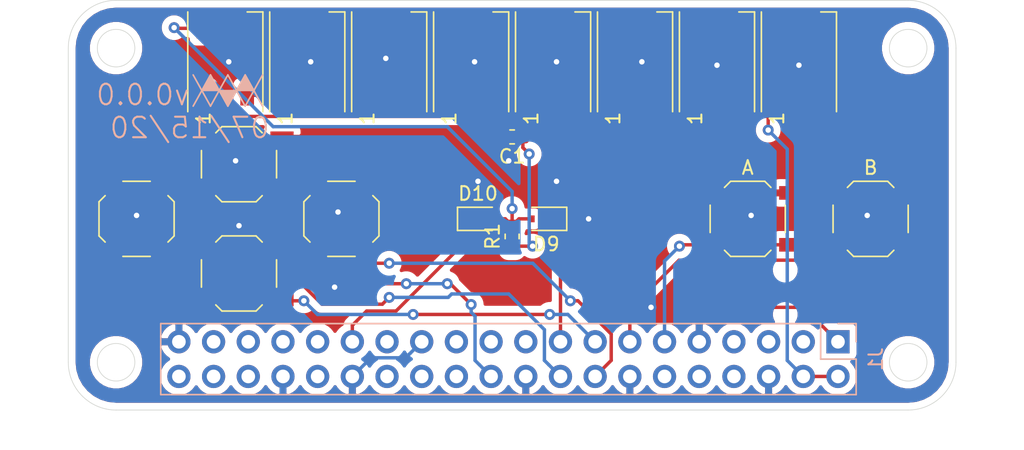
<source format=kicad_pcb>
(kicad_pcb (version 20171130) (host pcbnew "(5.1.6)-1")
  (layers (0 F.Cu signal) (31 B.Cu signal) (34 B.Paste user) (35 F.Paste user) (36 B.SilkS user) (37 F.SilkS user) (38 B.Mask user) (39 F.Mask user) (44 Edge.Cuts user))
  (net 0 "")
  (net 1 V0)
  (net 2 V+)
  (net 3 "Net-(D1-Pad2)")
  (net 4 LEDS5)
  (net 5 "Net-(D2-Pad2)")
  (net 6 "Net-(D3-Pad2)")
  (net 7 "Net-(D4-Pad2)")
  (net 8 "Net-(D5-Pad2)")
  (net 9 "Net-(D6-Pad2)")
  (net 10 "Net-(D7-Pad2)")
  (net 11 "Net-(D8-Pad2)")
  (net 12 3V3)
  (net 13 LEDS3)
  (net 14 "Net-(J1-Pad40)")
  (net 15 "Net-(J1-Pad38)")
  (net 16 ABUTTON)
  (net 17 "Net-(J1-Pad35)")
  (net 18 "Net-(J1-Pad33)")
  (net 19 "Net-(J1-Pad32)")
  (net 20 "Net-(J1-Pad31)")
  (net 21 "Net-(J1-Pad28)")
  (net 22 "Net-(J1-Pad27)")
  (net 23 "Net-(J1-Pad26)")
  (net 24 "Net-(J1-Pad24)")
  (net 25 "Net-(J1-Pad23)")
  (net 26 UARROW)
  (net 27 "Net-(J1-Pad21)")
  (net 28 "Net-(J1-Pad19)")
  (net 29 LARROW)
  (net 30 RARROW)
  (net 31 DARROW)
  (net 32 BBUTTON)
  (net 33 "Net-(J1-Pad12)")
  (net 34 "Net-(J1-Pad10)")
  (net 35 "Net-(J1-Pad8)")
  (net 36 "Net-(J1-Pad7)")
  (net 37 "Net-(J1-Pad5)")
  (net 38 "Net-(J1-Pad3)")
  (net 39 "Net-(J1-Pad37)")
  (net 40 "Net-(J1-Pad36)")
  (module Symbol:Logo_WM (layer B.Cu) (at 131.684 96.604)
    (fp_text reference REF** hide)
    (fp_text value Logo_WM)
    (fp_line (start 0 1.143) (end -0.635 0) (layer B.SilkS) (width 0.12))
    (fp_line (start -0.635 0) (end 0 -1.143) (layer B.SilkS) (width 0.12))
    (fp_line (start 0 -1.143) (end 0.635 0) (layer B.SilkS) (width 0.12))
    (fp_line (start 0.635 0) (end 0 1.143) (layer B.SilkS) (width 0.12))
    (fp_line (start 1.905 0) (end 1.27 1.143) (layer B.SilkS) (width 0.12))
    (fp_line (start 1.27 -1.143) (end 1.905 0) (layer B.SilkS) (width 0.12))
    (fp_line (start 0.635 0) (end 1.27 -1.143) (layer B.SilkS) (width 0.12))
    (fp_line (start 1.27 1.143) (end 0.635 0) (layer B.SilkS) (width 0.12))
    (fp_line (start -1.27 -1.143) (end -0.635 0) (layer B.SilkS) (width 0.12))
    (fp_line (start -1.27 1.143) (end -1.905 0) (layer B.SilkS) (width 0.12))
    (fp_line (start -1.905 0) (end -1.27 -1.143) (layer B.SilkS) (width 0.12))
    (fp_line (start -0.635 0) (end -1.27 1.143) (layer B.SilkS) (width 0.12))
    (fp_line (start -1.905 0) (end -2.54 1.143) (layer B.SilkS) (width 0.12))
    (fp_line (start -2.54 -1.143) (end -1.905 0) (layer B.SilkS) (width 0.12))
    (fp_line (start 2.54 1.143) (end 1.905 0) (layer B.SilkS) (width 0.12))
    (fp_line (start 1.905 0) (end 2.54 -1.143) (layer B.SilkS) (width 0.12))
    (fp_poly (pts (xy -1.905 0) (xy -0.635 0) (xy -1.27 -1.143)) (layer B.SilkS) (width 0.1))
    (fp_poly (pts (xy -0.635 0) (xy 0.635 0) (xy 0 1.143)) (layer B.SilkS) (width 0.1))
    (fp_poly (pts (xy 0.635 0) (xy 1.905 0) (xy 1.27 -1.143)) (layer B.SilkS) (width 0.1))
  )
  (module Button_Switch_SMD:SW_SPST_TL3342 (layer F.Cu) (at 169.75 106)
    (fp_text reference A (at 0 -3.75) (layer F.SilkS))
    (fp_text value SW_Push)
    (fp_line (start -1.25 -2.75) (end 1.25 -2.75) (layer F.SilkS) (width 0.12))
    (fp_line (start -2.75 -1) (end -2.75 1) (layer F.SilkS) (width 0.12))
    (fp_line (start -1.25 2.75) (end 1.25 2.75) (layer F.SilkS) (width 0.12))
    (fp_line (start 2.75 -1) (end 2.75 1) (layer F.SilkS) (width 0.12))
    (fp_line (start -1.7 -2.3) (end -1.25 -2.75) (layer F.SilkS) (width 0.12))
    (fp_line (start 1.7 -2.3) (end 1.25 -2.75) (layer F.SilkS) (width 0.12))
    (fp_line (start 1.7 2.3) (end 1.25 2.75) (layer F.SilkS) (width 0.12))
    (fp_line (start -1.7 2.3) (end -1.25 2.75) (layer F.SilkS) (width 0.12))
    (pad 1 smd rect (at -3.15 -1.9) (size 1.7 1) (layers F.Cu F.Paste F.Mask) (net 1 V0))
    (pad 1 smd rect (at 3.15 -1.9) (size 1.7 1) (layers F.Cu F.Paste F.Mask) (net 1 V0))
    (pad 2 smd rect (at -3.15 1.9) (size 1.7 1) (layers F.Cu F.Paste F.Mask) (net 16 ABUTTON))
    (pad 2 smd rect (at 3.15 1.9) (size 1.7 1) (layers F.Cu F.Paste F.Mask) (net 16 ABUTTON))
  )
  (module Button_Switch_SMD:SW_SPST_TL3342 (layer F.Cu) (at 132.5 110)
    (fp_text reference SW5 hide)
    (fp_text value SW_Push)
    (fp_line (start -1.7 2.3) (end -1.25 2.75) (layer F.SilkS) (width 0.12))
    (fp_line (start 1.7 2.3) (end 1.25 2.75) (layer F.SilkS) (width 0.12))
    (fp_line (start 1.7 -2.3) (end 1.25 -2.75) (layer F.SilkS) (width 0.12))
    (fp_line (start -1.7 -2.3) (end -1.25 -2.75) (layer F.SilkS) (width 0.12))
    (fp_line (start 2.75 -1) (end 2.75 1) (layer F.SilkS) (width 0.12))
    (fp_line (start -1.25 2.75) (end 1.25 2.75) (layer F.SilkS) (width 0.12))
    (fp_line (start -2.75 -1) (end -2.75 1) (layer F.SilkS) (width 0.12))
    (fp_line (start -1.25 -2.75) (end 1.25 -2.75) (layer F.SilkS) (width 0.12))
    (pad 2 smd rect (at 3.15 1.9) (size 1.7 1) (layers F.Cu F.Paste F.Mask) (net 31 DARROW))
    (pad 2 smd rect (at -3.15 1.9) (size 1.7 1) (layers F.Cu F.Paste F.Mask) (net 31 DARROW))
    (pad 1 smd rect (at 3.15 -1.9) (size 1.7 1) (layers F.Cu F.Paste F.Mask) (net 1 V0))
    (pad 1 smd rect (at -3.15 -1.9) (size 1.7 1) (layers F.Cu F.Paste F.Mask) (net 1 V0))
  )
  (module Button_Switch_SMD:SW_SPST_TL3342 (layer F.Cu) (at 178.75 106)
    (fp_text reference B (at 0 -3.75) (layer F.SilkS))
    (fp_text value SW_Push)
    (fp_line (start -1.25 -2.75) (end 1.25 -2.75) (layer F.SilkS) (width 0.12))
    (fp_line (start -2.75 -1) (end -2.75 1) (layer F.SilkS) (width 0.12))
    (fp_line (start -1.25 2.75) (end 1.25 2.75) (layer F.SilkS) (width 0.12))
    (fp_line (start 2.75 -1) (end 2.75 1) (layer F.SilkS) (width 0.12))
    (fp_line (start -1.7 -2.3) (end -1.25 -2.75) (layer F.SilkS) (width 0.12))
    (fp_line (start 1.7 -2.3) (end 1.25 -2.75) (layer F.SilkS) (width 0.12))
    (fp_line (start 1.7 2.3) (end 1.25 2.75) (layer F.SilkS) (width 0.12))
    (fp_line (start -1.7 2.3) (end -1.25 2.75) (layer F.SilkS) (width 0.12))
    (pad 1 smd rect (at -3.15 -1.9) (size 1.7 1) (layers F.Cu F.Paste F.Mask) (net 1 V0))
    (pad 1 smd rect (at 3.15 -1.9) (size 1.7 1) (layers F.Cu F.Paste F.Mask) (net 1 V0))
    (pad 2 smd rect (at -3.15 1.9) (size 1.7 1) (layers F.Cu F.Paste F.Mask) (net 32 BBUTTON))
    (pad 2 smd rect (at 3.15 1.9) (size 1.7 1) (layers F.Cu F.Paste F.Mask) (net 32 BBUTTON))
  )
  (module Button_Switch_SMD:SW_SPST_TL3342 (layer F.Cu) (at 140 106 90)
    (fp_text reference SW3 hide)
    (fp_text value SW_Push)
    (fp_line (start -1.7 2.3) (end -1.25 2.75) (layer F.SilkS) (width 0.12))
    (fp_line (start 1.7 2.3) (end 1.25 2.75) (layer F.SilkS) (width 0.12))
    (fp_line (start 1.7 -2.3) (end 1.25 -2.75) (layer F.SilkS) (width 0.12))
    (fp_line (start -1.7 -2.3) (end -1.25 -2.75) (layer F.SilkS) (width 0.12))
    (fp_line (start 2.75 -1) (end 2.75 1) (layer F.SilkS) (width 0.12))
    (fp_line (start -1.25 2.75) (end 1.25 2.75) (layer F.SilkS) (width 0.12))
    (fp_line (start -2.75 -1) (end -2.75 1) (layer F.SilkS) (width 0.12))
    (fp_line (start -1.25 -2.75) (end 1.25 -2.75) (layer F.SilkS) (width 0.12))
    (pad 2 smd rect (at 3.15 1.9 90) (size 1.7 1) (layers F.Cu F.Paste F.Mask) (net 30 RARROW))
    (pad 2 smd rect (at -3.15 1.9 90) (size 1.7 1) (layers F.Cu F.Paste F.Mask) (net 30 RARROW))
    (pad 1 smd rect (at 3.15 -1.9 90) (size 1.7 1) (layers F.Cu F.Paste F.Mask) (net 1 V0))
    (pad 1 smd rect (at -3.15 -1.9 90) (size 1.7 1) (layers F.Cu F.Paste F.Mask) (net 1 V0))
  )
  (module Button_Switch_SMD:SW_SPST_TL3342 (layer F.Cu) (at 125 106 90)
    (fp_text reference SW2 hide)
    (fp_text value SW_Push)
    (fp_line (start -1.7 2.3) (end -1.25 2.75) (layer F.SilkS) (width 0.12))
    (fp_line (start 1.7 2.3) (end 1.25 2.75) (layer F.SilkS) (width 0.12))
    (fp_line (start 1.7 -2.3) (end 1.25 -2.75) (layer F.SilkS) (width 0.12))
    (fp_line (start -1.7 -2.3) (end -1.25 -2.75) (layer F.SilkS) (width 0.12))
    (fp_line (start 2.75 -1) (end 2.75 1) (layer F.SilkS) (width 0.12))
    (fp_line (start -1.25 2.75) (end 1.25 2.75) (layer F.SilkS) (width 0.12))
    (fp_line (start -2.75 -1) (end -2.75 1) (layer F.SilkS) (width 0.12))
    (fp_line (start -1.25 -2.75) (end 1.25 -2.75) (layer F.SilkS) (width 0.12))
    (pad 2 smd rect (at 3.15 1.9 90) (size 1.7 1) (layers F.Cu F.Paste F.Mask) (net 29 LARROW))
    (pad 2 smd rect (at -3.15 1.9 90) (size 1.7 1) (layers F.Cu F.Paste F.Mask) (net 29 LARROW))
    (pad 1 smd rect (at 3.15 -1.9 90) (size 1.7 1) (layers F.Cu F.Paste F.Mask) (net 1 V0))
    (pad 1 smd rect (at -3.15 -1.9 90) (size 1.7 1) (layers F.Cu F.Paste F.Mask) (net 1 V0))
  )
  (module Button_Switch_SMD:SW_SPST_TL3342 (layer F.Cu) (at 132.5 102)
    (fp_text reference SW1 hide)
    (fp_text value SW_Push)
    (fp_line (start -1.7 2.3) (end -1.25 2.75) (layer F.SilkS) (width 0.12))
    (fp_line (start 1.7 2.3) (end 1.25 2.75) (layer F.SilkS) (width 0.12))
    (fp_line (start 1.7 -2.3) (end 1.25 -2.75) (layer F.SilkS) (width 0.12))
    (fp_line (start -1.7 -2.3) (end -1.25 -2.75) (layer F.SilkS) (width 0.12))
    (fp_line (start 2.75 -1) (end 2.75 1) (layer F.SilkS) (width 0.12))
    (fp_line (start -1.25 2.75) (end 1.25 2.75) (layer F.SilkS) (width 0.12))
    (fp_line (start -2.75 -1) (end -2.75 1) (layer F.SilkS) (width 0.12))
    (fp_line (start -1.25 -2.75) (end 1.25 -2.75) (layer F.SilkS) (width 0.12))
    (pad 2 smd rect (at 3.15 1.9) (size 1.7 1) (layers F.Cu F.Paste F.Mask) (net 26 UARROW))
    (pad 2 smd rect (at -3.15 1.9) (size 1.7 1) (layers F.Cu F.Paste F.Mask) (net 26 UARROW))
    (pad 1 smd rect (at 3.15 -1.9) (size 1.7 1) (layers F.Cu F.Paste F.Mask) (net 1 V0))
    (pad 1 smd rect (at -3.15 -1.9) (size 1.7 1) (layers F.Cu F.Paste F.Mask) (net 1 V0))
  )
  (module Resistor_SMD:R_0603_1608Metric (layer F.Cu) (at 152.5 107.2875 90)
    (fp_text reference R1 (at 0 -1.43 90) (layer F.SilkS))
    (fp_text value 10kR)
    (fp_line (start -0.162779 -0.51) (end 0.162779 -0.51) (layer F.SilkS) (width 0.12))
    (fp_line (start -0.162779 0.51) (end 0.162779 0.51) (layer F.SilkS) (width 0.12))
    (pad 2 smd roundrect (at 0.7875 0 90) (size 0.875 0.95) (layers F.Cu F.Paste F.Mask) (net 4 LEDS5))
    (pad 1 smd roundrect (at -0.7875 0 90) (size 0.875 0.95) (layers F.Cu F.Paste F.Mask) (net 2 V+))
  )
  (module Connector_PinSocket_2.54mm:PinSocket_2x20_P2.54mm_Vertical (layer B.Cu) (at 176.36 115 90)
    (fp_text reference J1 (at -1.27 2.77 270) (layer B.SilkS) (effects (justify mirror)))
    (fp_text value Raspberry_Pi_2_3)
    (fp_line (start -3.87 1.33) (end -1.27 1.33) (layer B.SilkS) (width 0.12))
    (fp_line (start -3.87 1.33) (end -3.87 -49.59) (layer B.SilkS) (width 0.12))
    (fp_line (start -3.87 -49.59) (end 1.33 -49.59) (layer B.SilkS) (width 0.12))
    (fp_line (start 1.33 -1.27) (end 1.33 -49.59) (layer B.SilkS) (width 0.12))
    (fp_line (start -1.27 -1.27) (end 1.33 -1.27) (layer B.SilkS) (width 0.12))
    (fp_line (start -1.27 1.33) (end -1.27 -1.27) (layer B.SilkS) (width 0.12))
    (fp_line (start 1.33 1.33) (end 1.33 0) (layer B.SilkS) (width 0.12))
    (fp_line (start 0 1.33) (end 1.33 1.33) (layer B.SilkS) (width 0.12))
    (pad 40 thru_hole oval (at -2.54 -48.26 90) (size 1.7 1.7) (drill 1) (layers *.Cu *.Mask) (net 14 "Net-(J1-Pad40)"))
    (pad 39 thru_hole oval (at 0 -48.26 90) (size 1.7 1.7) (drill 1) (layers *.Cu *.Mask) (net 1 V0))
    (pad 38 thru_hole oval (at -2.54 -45.72 90) (size 1.7 1.7) (drill 1) (layers *.Cu *.Mask) (net 15 "Net-(J1-Pad38)"))
    (pad 37 thru_hole oval (at 0 -45.72 90) (size 1.7 1.7) (drill 1) (layers *.Cu *.Mask) (net 39 "Net-(J1-Pad37)"))
    (pad 36 thru_hole oval (at -2.54 -43.18 90) (size 1.7 1.7) (drill 1) (layers *.Cu *.Mask) (net 40 "Net-(J1-Pad36)"))
    (pad 35 thru_hole oval (at 0 -43.18 90) (size 1.7 1.7) (drill 1) (layers *.Cu *.Mask) (net 17 "Net-(J1-Pad35)"))
    (pad 34 thru_hole oval (at -2.54 -40.64 90) (size 1.7 1.7) (drill 1) (layers *.Cu *.Mask) (net 1 V0))
    (pad 33 thru_hole oval (at 0 -40.64 90) (size 1.7 1.7) (drill 1) (layers *.Cu *.Mask) (net 18 "Net-(J1-Pad33)"))
    (pad 32 thru_hole oval (at -2.54 -38.1 90) (size 1.7 1.7) (drill 1) (layers *.Cu *.Mask) (net 19 "Net-(J1-Pad32)"))
    (pad 31 thru_hole oval (at 0 -38.1 90) (size 1.7 1.7) (drill 1) (layers *.Cu *.Mask) (net 20 "Net-(J1-Pad31)"))
    (pad 30 thru_hole oval (at -2.54 -35.56 90) (size 1.7 1.7) (drill 1) (layers *.Cu *.Mask) (net 1 V0))
    (pad 29 thru_hole oval (at 0 -35.56 90) (size 1.7 1.7) (drill 1) (layers *.Cu *.Mask) (net 13 LEDS3))
    (pad 28 thru_hole oval (at -2.54 -33.02 90) (size 1.7 1.7) (drill 1) (layers *.Cu *.Mask) (net 21 "Net-(J1-Pad28)"))
    (pad 27 thru_hole oval (at 0 -33.02 90) (size 1.7 1.7) (drill 1) (layers *.Cu *.Mask) (net 22 "Net-(J1-Pad27)"))
    (pad 26 thru_hole oval (at -2.54 -30.48 90) (size 1.7 1.7) (drill 1) (layers *.Cu *.Mask) (net 23 "Net-(J1-Pad26)"))
    (pad 25 thru_hole oval (at 0 -30.48 90) (size 1.7 1.7) (drill 1) (layers *.Cu *.Mask) (net 1 V0))
    (pad 24 thru_hole oval (at -2.54 -27.94 90) (size 1.7 1.7) (drill 1) (layers *.Cu *.Mask) (net 24 "Net-(J1-Pad24)"))
    (pad 23 thru_hole oval (at 0 -27.94 90) (size 1.7 1.7) (drill 1) (layers *.Cu *.Mask) (net 25 "Net-(J1-Pad23)"))
    (pad 22 thru_hole oval (at -2.54 -25.4 90) (size 1.7 1.7) (drill 1) (layers *.Cu *.Mask) (net 26 UARROW))
    (pad 21 thru_hole oval (at 0 -25.4 90) (size 1.7 1.7) (drill 1) (layers *.Cu *.Mask) (net 27 "Net-(J1-Pad21)"))
    (pad 20 thru_hole oval (at -2.54 -22.86 90) (size 1.7 1.7) (drill 1) (layers *.Cu *.Mask) (net 1 V0))
    (pad 19 thru_hole oval (at 0 -22.86 90) (size 1.7 1.7) (drill 1) (layers *.Cu *.Mask) (net 28 "Net-(J1-Pad19)"))
    (pad 18 thru_hole oval (at -2.54 -20.32 90) (size 1.7 1.7) (drill 1) (layers *.Cu *.Mask) (net 29 LARROW))
    (pad 17 thru_hole oval (at 0 -20.32 90) (size 1.7 1.7) (drill 1) (layers *.Cu *.Mask) (net 12 3V3))
    (pad 16 thru_hole oval (at -2.54 -17.78 90) (size 1.7 1.7) (drill 1) (layers *.Cu *.Mask) (net 30 RARROW))
    (pad 15 thru_hole oval (at 0 -17.78 90) (size 1.7 1.7) (drill 1) (layers *.Cu *.Mask) (net 31 DARROW))
    (pad 14 thru_hole oval (at -2.54 -15.24 90) (size 1.7 1.7) (drill 1) (layers *.Cu *.Mask) (net 1 V0))
    (pad 13 thru_hole oval (at 0 -15.24 90) (size 1.7 1.7) (drill 1) (layers *.Cu *.Mask) (net 32 BBUTTON))
    (pad 12 thru_hole oval (at -2.54 -12.7 90) (size 1.7 1.7) (drill 1) (layers *.Cu *.Mask) (net 33 "Net-(J1-Pad12)"))
    (pad 11 thru_hole oval (at 0 -12.7 90) (size 1.7 1.7) (drill 1) (layers *.Cu *.Mask) (net 16 ABUTTON))
    (pad 10 thru_hole oval (at -2.54 -10.16 90) (size 1.7 1.7) (drill 1) (layers *.Cu *.Mask) (net 34 "Net-(J1-Pad10)"))
    (pad 9 thru_hole oval (at 0 -10.16 90) (size 1.7 1.7) (drill 1) (layers *.Cu *.Mask) (net 1 V0))
    (pad 8 thru_hole oval (at -2.54 -7.62 90) (size 1.7 1.7) (drill 1) (layers *.Cu *.Mask) (net 35 "Net-(J1-Pad8)"))
    (pad 7 thru_hole oval (at 0 -7.62 90) (size 1.7 1.7) (drill 1) (layers *.Cu *.Mask) (net 36 "Net-(J1-Pad7)"))
    (pad 6 thru_hole oval (at -2.54 -5.08 90) (size 1.7 1.7) (drill 1) (layers *.Cu *.Mask) (net 1 V0))
    (pad 5 thru_hole oval (at 0 -5.08 90) (size 1.7 1.7) (drill 1) (layers *.Cu *.Mask) (net 37 "Net-(J1-Pad5)"))
    (pad 4 thru_hole oval (at -2.54 -2.54 90) (size 1.7 1.7) (drill 1) (layers *.Cu *.Mask) (net 2 V+))
    (pad 3 thru_hole oval (at 0 -2.54 90) (size 1.7 1.7) (drill 1) (layers *.Cu *.Mask) (net 38 "Net-(J1-Pad3)"))
    (pad 2 thru_hole oval (at -2.54 0 90) (size 1.7 1.7) (drill 1) (layers *.Cu *.Mask) (net 2 V+))
    (pad 1 thru_hole rect (at 0 0 90) (size 1.7 1.7) (drill 1) (layers *.Cu *.Mask) (net 12 3V3))
  )
  (module Diode_SMD:D_SOD-323F (layer F.Cu) (at 150 106)
    (fp_text reference D10 (at 0 -1.85) (layer F.SilkS))
    (fp_text value D)
    (fp_line (start -1.5 -0.85) (end -1.5 0.85) (layer F.SilkS) (width 0.12))
    (fp_line (start -1.5 0.85) (end 1.05 0.85) (layer F.SilkS) (width 0.12))
    (fp_line (start -1.5 -0.85) (end 1.05 -0.85) (layer F.SilkS) (width 0.12))
    (pad 2 smd rect (at 1.1 0) (size 0.5 0.5) (layers F.Cu F.Paste F.Mask) (net 4 LEDS5))
    (pad 1 smd rect (at -1.1 0) (size 0.5 0.5) (layers F.Cu F.Paste F.Mask) (net 13 LEDS3))
  )
  (module Diode_SMD:D_SOD-323F (layer F.Cu) (at 155 106 180)
    (fp_text reference D9 (at 0 -1.85) (layer F.SilkS))
    (fp_text value D)
    (fp_line (start -1.5 -0.85) (end -1.5 0.85) (layer F.SilkS) (width 0.12))
    (fp_line (start -1.5 0.85) (end 1.05 0.85) (layer F.SilkS) (width 0.12))
    (fp_line (start -1.5 -0.85) (end 1.05 -0.85) (layer F.SilkS) (width 0.12))
    (pad 2 smd rect (at 1.1 0 180) (size 0.5 0.5) (layers F.Cu F.Paste F.Mask) (net 4 LEDS5))
    (pad 1 smd rect (at -1.1 0 180) (size 0.5 0.5) (layers F.Cu F.Paste F.Mask) (net 12 3V3))
  )
  (module LED_SMD:LED_WS2812B_PLCC4_5.0x5.0mm_P3.2mm (layer F.Cu) (at 173.5 94.5 90)
    (fp_text reference D8 hide)
    (fp_text value WS2812B)
    (fp_line (start -3.65 -2.75) (end 3.65 -2.75) (layer F.SilkS) (width 0.12))
    (fp_line (start -3.65 2.75) (end 3.65 2.75) (layer F.SilkS) (width 0.12))
    (fp_line (start 3.65 2.75) (end 3.65 1.6) (layer F.SilkS) (width 0.12))
    (fp_text user 1 (at -4.15 -1.6 90) (layer F.SilkS))
    (pad 1 smd rect (at -2.45 -1.6 90) (size 1.5 1) (layers F.Cu F.Paste F.Mask) (net 2 V+))
    (pad 2 smd rect (at -2.45 1.6 90) (size 1.5 1) (layers F.Cu F.Paste F.Mask) (net 11 "Net-(D8-Pad2)"))
    (pad 4 smd rect (at 2.45 -1.6 90) (size 1.5 1) (layers F.Cu F.Paste F.Mask) (net 10 "Net-(D7-Pad2)"))
    (pad 3 smd rect (at 2.45 1.6 90) (size 1.5 1) (layers F.Cu F.Paste F.Mask) (net 1 V0))
  )
  (module LED_SMD:LED_WS2812B_PLCC4_5.0x5.0mm_P3.2mm (layer F.Cu) (at 167.5 94.5 90)
    (fp_text reference D7 hide)
    (fp_text value WS2812B)
    (fp_line (start -3.65 -2.75) (end 3.65 -2.75) (layer F.SilkS) (width 0.12))
    (fp_line (start -3.65 2.75) (end 3.65 2.75) (layer F.SilkS) (width 0.12))
    (fp_line (start 3.65 2.75) (end 3.65 1.6) (layer F.SilkS) (width 0.12))
    (fp_text user 1 (at -4.15 -1.6 90) (layer F.SilkS))
    (pad 1 smd rect (at -2.45 -1.6 90) (size 1.5 1) (layers F.Cu F.Paste F.Mask) (net 2 V+))
    (pad 2 smd rect (at -2.45 1.6 90) (size 1.5 1) (layers F.Cu F.Paste F.Mask) (net 10 "Net-(D7-Pad2)"))
    (pad 4 smd rect (at 2.45 -1.6 90) (size 1.5 1) (layers F.Cu F.Paste F.Mask) (net 9 "Net-(D6-Pad2)"))
    (pad 3 smd rect (at 2.45 1.6 90) (size 1.5 1) (layers F.Cu F.Paste F.Mask) (net 1 V0))
  )
  (module LED_SMD:LED_WS2812B_PLCC4_5.0x5.0mm_P3.2mm (layer F.Cu) (at 161.5 94.5 90)
    (fp_text reference D6 hide)
    (fp_text value WS2812B)
    (fp_line (start -3.65 -2.75) (end 3.65 -2.75) (layer F.SilkS) (width 0.12))
    (fp_line (start -3.65 2.75) (end 3.65 2.75) (layer F.SilkS) (width 0.12))
    (fp_line (start 3.65 2.75) (end 3.65 1.6) (layer F.SilkS) (width 0.12))
    (fp_text user 1 (at -4.15 -1.6 90) (layer F.SilkS))
    (pad 1 smd rect (at -2.45 -1.6 90) (size 1.5 1) (layers F.Cu F.Paste F.Mask) (net 2 V+))
    (pad 2 smd rect (at -2.45 1.6 90) (size 1.5 1) (layers F.Cu F.Paste F.Mask) (net 9 "Net-(D6-Pad2)"))
    (pad 4 smd rect (at 2.45 -1.6 90) (size 1.5 1) (layers F.Cu F.Paste F.Mask) (net 8 "Net-(D5-Pad2)"))
    (pad 3 smd rect (at 2.45 1.6 90) (size 1.5 1) (layers F.Cu F.Paste F.Mask) (net 1 V0))
  )
  (module LED_SMD:LED_WS2812B_PLCC4_5.0x5.0mm_P3.2mm (layer F.Cu) (at 155.5 94.5 90)
    (fp_text reference D5 hide)
    (fp_text value WS2812B)
    (fp_line (start -3.65 -2.75) (end 3.65 -2.75) (layer F.SilkS) (width 0.12))
    (fp_line (start -3.65 2.75) (end 3.65 2.75) (layer F.SilkS) (width 0.12))
    (fp_line (start 3.65 2.75) (end 3.65 1.6) (layer F.SilkS) (width 0.12))
    (fp_text user 1 (at -4.15 -1.6 90) (layer F.SilkS))
    (pad 1 smd rect (at -2.45 -1.6 90) (size 1.5 1) (layers F.Cu F.Paste F.Mask) (net 2 V+))
    (pad 2 smd rect (at -2.45 1.6 90) (size 1.5 1) (layers F.Cu F.Paste F.Mask) (net 8 "Net-(D5-Pad2)"))
    (pad 4 smd rect (at 2.45 -1.6 90) (size 1.5 1) (layers F.Cu F.Paste F.Mask) (net 7 "Net-(D4-Pad2)"))
    (pad 3 smd rect (at 2.45 1.6 90) (size 1.5 1) (layers F.Cu F.Paste F.Mask) (net 1 V0))
  )
  (module LED_SMD:LED_WS2812B_PLCC4_5.0x5.0mm_P3.2mm (layer F.Cu) (at 149.5 94.5 90)
    (fp_text reference D4 hide)
    (fp_text value WS2812B)
    (fp_line (start -3.65 -2.75) (end 3.65 -2.75) (layer F.SilkS) (width 0.12))
    (fp_line (start -3.65 2.75) (end 3.65 2.75) (layer F.SilkS) (width 0.12))
    (fp_line (start 3.65 2.75) (end 3.65 1.6) (layer F.SilkS) (width 0.12))
    (fp_text user 1 (at -4.15 -1.6 90) (layer F.SilkS))
    (pad 1 smd rect (at -2.45 -1.6 90) (size 1.5 1) (layers F.Cu F.Paste F.Mask) (net 2 V+))
    (pad 2 smd rect (at -2.45 1.6 90) (size 1.5 1) (layers F.Cu F.Paste F.Mask) (net 7 "Net-(D4-Pad2)"))
    (pad 4 smd rect (at 2.45 -1.6 90) (size 1.5 1) (layers F.Cu F.Paste F.Mask) (net 6 "Net-(D3-Pad2)"))
    (pad 3 smd rect (at 2.45 1.6 90) (size 1.5 1) (layers F.Cu F.Paste F.Mask) (net 1 V0))
  )
  (module LED_SMD:LED_WS2812B_PLCC4_5.0x5.0mm_P3.2mm (layer F.Cu) (at 143.5 94.5 90)
    (fp_text reference D3 hide)
    (fp_text value WS2812B)
    (fp_line (start -3.65 -2.75) (end 3.65 -2.75) (layer F.SilkS) (width 0.12))
    (fp_line (start -3.65 2.75) (end 3.65 2.75) (layer F.SilkS) (width 0.12))
    (fp_line (start 3.65 2.75) (end 3.65 1.6) (layer F.SilkS) (width 0.12))
    (fp_text user 1 (at -4.15 -1.6 90) (layer F.SilkS))
    (pad 1 smd rect (at -2.45 -1.6 90) (size 1.5 1) (layers F.Cu F.Paste F.Mask) (net 2 V+))
    (pad 2 smd rect (at -2.45 1.6 90) (size 1.5 1) (layers F.Cu F.Paste F.Mask) (net 6 "Net-(D3-Pad2)"))
    (pad 4 smd rect (at 2.45 -1.6 90) (size 1.5 1) (layers F.Cu F.Paste F.Mask) (net 5 "Net-(D2-Pad2)"))
    (pad 3 smd rect (at 2.45 1.6 90) (size 1.5 1) (layers F.Cu F.Paste F.Mask) (net 1 V0))
  )
  (module LED_SMD:LED_WS2812B_PLCC4_5.0x5.0mm_P3.2mm (layer F.Cu) (at 137.5 94.5 90)
    (fp_text reference D2 hide)
    (fp_text value WS2812B)
    (fp_line (start -3.65 -2.75) (end 3.65 -2.75) (layer F.SilkS) (width 0.12))
    (fp_line (start -3.65 2.75) (end 3.65 2.75) (layer F.SilkS) (width 0.12))
    (fp_line (start 3.65 2.75) (end 3.65 1.6) (layer F.SilkS) (width 0.12))
    (fp_text user 1 (at -4.15 -1.6 90) (layer F.SilkS))
    (pad 1 smd rect (at -2.45 -1.6 90) (size 1.5 1) (layers F.Cu F.Paste F.Mask) (net 2 V+))
    (pad 2 smd rect (at -2.45 1.6 90) (size 1.5 1) (layers F.Cu F.Paste F.Mask) (net 5 "Net-(D2-Pad2)"))
    (pad 4 smd rect (at 2.45 -1.6 90) (size 1.5 1) (layers F.Cu F.Paste F.Mask) (net 3 "Net-(D1-Pad2)"))
    (pad 3 smd rect (at 2.45 1.6 90) (size 1.5 1) (layers F.Cu F.Paste F.Mask) (net 1 V0))
  )
  (module LED_SMD:LED_WS2812B_PLCC4_5.0x5.0mm_P3.2mm (layer F.Cu) (at 131.5 94.5 90)
    (fp_text reference D1 hide)
    (fp_text value WS2812B)
    (fp_line (start -3.65 -2.75) (end 3.65 -2.75) (layer F.SilkS) (width 0.12))
    (fp_line (start -3.65 2.75) (end 3.65 2.75) (layer F.SilkS) (width 0.12))
    (fp_line (start 3.65 2.75) (end 3.65 1.6) (layer F.SilkS) (width 0.12))
    (fp_text user 1 (at -4.15 -1.6 90) (layer F.SilkS))
    (pad 1 smd rect (at -2.45 -1.6 90) (size 1.5 1) (layers F.Cu F.Paste F.Mask) (net 2 V+))
    (pad 2 smd rect (at -2.45 1.6 90) (size 1.5 1) (layers F.Cu F.Paste F.Mask) (net 3 "Net-(D1-Pad2)"))
    (pad 4 smd rect (at 2.45 -1.6 90) (size 1.5 1) (layers F.Cu F.Paste F.Mask) (net 4 LEDS5))
    (pad 3 smd rect (at 2.45 1.6 90) (size 1.5 1) (layers F.Cu F.Paste F.Mask) (net 1 V0))
  )
  (module Capacitor_SMD:C_0603_1608Metric (layer F.Cu) (at 152.5 100 180)
    (fp_text reference C1 (at 0 -1.43) (layer F.SilkS))
    (fp_text value 0.1uF)
    (fp_line (start -0.162779 -0.51) (end 0.162779 -0.51) (layer F.SilkS) (width 0.12))
    (fp_line (start -0.162779 0.51) (end 0.162779 0.51) (layer F.SilkS) (width 0.12))
    (pad 2 smd roundrect (at 0.7875 0 180) (size 0.875 0.95) (layers F.Cu F.Paste F.Mask) (net 1 V0))
    (pad 1 smd roundrect (at -0.7875 0 180) (size 0.875 0.95) (layers F.Cu F.Paste F.Mask) (net 2 V+))
  )
  (gr_text "      v0.0.0\n07/15/20" (at 128.89 98.128) (layer B.SilkS) (effects (font (size 1.5 1.5)) (justify mirror)))
  (gr_circle (center 181.5 93.5) (end 181.5 92.125) (layer Edge.Cuts) (width 0.05))
  (gr_circle (center 123.5 93.5) (end 122.125 93.5) (layer Edge.Cuts) (width 0.05))
  (gr_circle (center 123.5 116.5) (end 123.5 117.875) (layer Edge.Cuts) (width 0.05))
  (gr_circle (center 181.5 116.5) (end 182.875 116.5) (layer Edge.Cuts) (width 0.05))
  (gr_arc (start 123.5 116.5) (end 120 116.5) (angle -90) (layer Edge.Cuts) (width 0.05))
  (gr_arc (start 181.5 116.5) (end 181.5 120) (angle -90) (layer Edge.Cuts) (width 0.05))
  (gr_arc (start 181.5 93.5) (end 185 93.5) (angle -90) (layer Edge.Cuts) (width 0.05))
  (gr_arc (start 123.5 93.5) (end 123.5 90) (angle -90) (layer Edge.Cuts) (width 0.05))
  (gr_line (start 120 93.5) (end 120 116.5) (layer Edge.Cuts) (width 0.05))
  (gr_line (start 181.5 90) (end 123.5 90) (layer Edge.Cuts) (width 0.05))
  (gr_line (start 185 116.5) (end 185 93.5) (layer Edge.Cuts) (width 0.05))
  (gr_line (start 123.5 120) (end 181.5 120) (layer Edge.Cuts) (width 0.05))
  (segment (start 145.030001 115.849999) (end 145.88 115) (width 0.25) (layer B.Cu) (net 1))
  (segment (start 144.704999 116.175001) (end 145.030001 115.849999) (width 0.25) (layer B.Cu) (net 1))
  (segment (start 142.164999 116.175001) (end 144.704999 116.175001) (width 0.25) (layer B.Cu) (net 1))
  (segment (start 140.8 117.54) (end 142.164999 116.175001) (width 0.25) (layer B.Cu) (net 1))
  (via (at 139.5 111) (size 0.8) (drill 0.4) (layers F.Cu B.Cu) (net 1))
  (via (at 132.5 106.5) (size 0.8) (drill 0.4) (layers F.Cu B.Cu) (net 1))
  (via (at 132.25 101.75) (size 0.8) (drill 0.4) (layers F.Cu B.Cu) (net 1))
  (via (at 139.75 105.5) (size 0.8) (drill 0.4) (layers F.Cu B.Cu) (net 1))
  (via (at 125 105.75) (size 0.8) (drill 0.4) (layers F.Cu B.Cu) (net 1))
  (via (at 170 105.75) (size 0.8) (drill 0.4) (layers F.Cu B.Cu) (net 1))
  (via (at 178.5 105.75) (size 0.8) (drill 0.4) (layers F.Cu B.Cu) (net 1))
  (via (at 150 103.25) (size 0.8) (drill 0.4) (layers F.Cu B.Cu) (net 1))
  (via (at 155.75 103.25) (size 0.8) (drill 0.4) (layers F.Cu B.Cu) (net 1))
  (via (at 152.25 101.75) (size 0.8) (drill 0.4) (layers F.Cu B.Cu) (net 1))
  (via (at 131.75 94.5) (size 0.8) (drill 0.4) (layers F.Cu B.Cu) (net 1))
  (via (at 137.75 94.5) (size 0.8) (drill 0.4) (layers F.Cu B.Cu) (net 1))
  (via (at 143.25 94.25) (size 0.8) (drill 0.4) (layers F.Cu B.Cu) (net 1))
  (via (at 149.75 94.5) (size 0.8) (drill 0.4) (layers F.Cu B.Cu) (net 1))
  (via (at 155.75 94.5) (size 0.8) (drill 0.4) (layers F.Cu B.Cu) (net 1))
  (via (at 162 94.5) (size 0.8) (drill 0.4) (layers F.Cu B.Cu) (net 1))
  (via (at 167.5 94.75) (size 0.8) (drill 0.4) (layers F.Cu B.Cu) (net 1))
  (via (at 173.5 94.75) (size 0.8) (drill 0.4) (layers F.Cu B.Cu) (net 1))
  (segment (start 171.9 97.95) (end 171.9 96.95) (width 0.25) (layer F.Cu) (net 2))
  (segment (start 171.35 98.5) (end 171.9 97.95) (width 0.25) (layer F.Cu) (net 2))
  (segment (start 129.9 97.95) (end 130.45 98.5) (width 0.25) (layer F.Cu) (net 2))
  (segment (start 129.9 96.95) (end 129.9 97.95) (width 0.25) (layer F.Cu) (net 2))
  (segment (start 166 98.05) (end 166 98.5) (width 0.25) (layer F.Cu) (net 2))
  (segment (start 165.9 97.95) (end 166 98.05) (width 0.25) (layer F.Cu) (net 2))
  (segment (start 165.9 96.95) (end 165.9 97.95) (width 0.25) (layer F.Cu) (net 2))
  (segment (start 166 98.5) (end 171.35 98.5) (width 0.25) (layer F.Cu) (net 2))
  (segment (start 159.75 98.1) (end 159.75 98.5) (width 0.25) (layer F.Cu) (net 2))
  (segment (start 159.9 97.95) (end 159.75 98.1) (width 0.25) (layer F.Cu) (net 2))
  (segment (start 159.9 96.95) (end 159.9 97.95) (width 0.25) (layer F.Cu) (net 2))
  (segment (start 159.75 98.5) (end 166 98.5) (width 0.25) (layer F.Cu) (net 2))
  (segment (start 154 98.05) (end 154 98.5) (width 0.25) (layer F.Cu) (net 2))
  (segment (start 153.9 97.95) (end 154 98.05) (width 0.25) (layer F.Cu) (net 2))
  (segment (start 153.9 96.95) (end 153.9 97.95) (width 0.25) (layer F.Cu) (net 2))
  (segment (start 154 98.5) (end 159.75 98.5) (width 0.25) (layer F.Cu) (net 2))
  (segment (start 148.25 98.3) (end 148.25 98.5) (width 0.25) (layer F.Cu) (net 2))
  (segment (start 147.9 97.95) (end 148.25 98.3) (width 0.25) (layer F.Cu) (net 2))
  (segment (start 147.9 96.95) (end 147.9 97.95) (width 0.25) (layer F.Cu) (net 2))
  (segment (start 148.25 98.5) (end 154 98.5) (width 0.25) (layer F.Cu) (net 2))
  (segment (start 142.25 98.3) (end 142.25 98.5) (width 0.25) (layer F.Cu) (net 2))
  (segment (start 141.9 97.95) (end 142.25 98.3) (width 0.25) (layer F.Cu) (net 2))
  (segment (start 141.9 96.95) (end 141.9 97.95) (width 0.25) (layer F.Cu) (net 2))
  (segment (start 142.25 98.5) (end 148.25 98.5) (width 0.25) (layer F.Cu) (net 2))
  (segment (start 136 98.05) (end 136 98.5) (width 0.25) (layer F.Cu) (net 2))
  (segment (start 135.9 97.95) (end 136 98.05) (width 0.25) (layer F.Cu) (net 2))
  (segment (start 135.9 96.95) (end 135.9 97.95) (width 0.25) (layer F.Cu) (net 2))
  (segment (start 130.45 98.5) (end 136 98.5) (width 0.25) (layer F.Cu) (net 2))
  (segment (start 136 98.5) (end 142.25 98.5) (width 0.25) (layer F.Cu) (net 2))
  (segment (start 154 99.2875) (end 153.2875 100) (width 0.25) (layer F.Cu) (net 2))
  (segment (start 154 98.5) (end 154 99.2875) (width 0.25) (layer F.Cu) (net 2))
  (via (at 153.75 101.25) (size 0.8) (drill 0.4) (layers F.Cu B.Cu) (net 2))
  (segment (start 153.2875 100) (end 153.2875 100.7875) (width 0.25) (layer F.Cu) (net 2))
  (segment (start 153.2875 100.7875) (end 153.75 101.25) (width 0.25) (layer F.Cu) (net 2))
  (via (at 154 108) (size 0.8) (drill 0.4) (layers F.Cu B.Cu) (net 2))
  (segment (start 153.75 101.25) (end 153.75 107.75) (width 0.25) (layer B.Cu) (net 2))
  (segment (start 153.75 107.75) (end 154 108) (width 0.25) (layer B.Cu) (net 2))
  (segment (start 152.575 108) (end 152.5 108.075) (width 0.25) (layer F.Cu) (net 2))
  (segment (start 154 108) (end 152.575 108) (width 0.25) (layer F.Cu) (net 2))
  (segment (start 176.36 117.54) (end 173.82 117.54) (width 0.25) (layer F.Cu) (net 2))
  (via (at 171.25 99.5) (size 0.8) (drill 0.4) (layers F.Cu B.Cu) (net 2))
  (segment (start 171.25 98.6) (end 171.25 99.5) (width 0.25) (layer F.Cu) (net 2))
  (segment (start 171.35 98.5) (end 171.25 98.6) (width 0.25) (layer F.Cu) (net 2))
  (segment (start 172.644999 100.894999) (end 171.25 99.5) (width 0.25) (layer B.Cu) (net 2))
  (segment (start 172.644999 116.364999) (end 172.644999 100.894999) (width 0.25) (layer B.Cu) (net 2))
  (segment (start 173.82 117.54) (end 172.644999 116.364999) (width 0.25) (layer B.Cu) (net 2))
  (segment (start 135.9 93.05) (end 135.9 92.05) (width 0.25) (layer F.Cu) (net 3))
  (segment (start 135.9 94.9) (end 135.9 93.05) (width 0.25) (layer F.Cu) (net 3))
  (segment (start 133.85 96.95) (end 135.9 94.9) (width 0.25) (layer F.Cu) (net 3))
  (segment (start 133.1 96.95) (end 133.85 96.95) (width 0.25) (layer F.Cu) (net 3))
  (segment (start 152 106) (end 152.5 106.5) (width 0.25) (layer F.Cu) (net 4))
  (segment (start 151.1 106) (end 152 106) (width 0.25) (layer F.Cu) (net 4))
  (segment (start 153 106) (end 152.5 106.5) (width 0.25) (layer F.Cu) (net 4))
  (segment (start 153.9 106) (end 153 106) (width 0.25) (layer F.Cu) (net 4))
  (via (at 127.75 92) (size 0.8) (drill 0.4) (layers F.Cu B.Cu) (net 4))
  (segment (start 129.9 92.05) (end 127.8 92.05) (width 0.25) (layer F.Cu) (net 4))
  (segment (start 127.8 92.05) (end 127.75 92) (width 0.25) (layer F.Cu) (net 4))
  (segment (start 127.75 92) (end 135 99.25) (width 0.25) (layer B.Cu) (net 4))
  (segment (start 135 99.25) (end 147.75 99.25) (width 0.25) (layer B.Cu) (net 4))
  (via (at 152.5 105.25) (size 0.8) (drill 0.4) (layers F.Cu B.Cu) (net 4))
  (segment (start 147.75 99.25) (end 152.5 104) (width 0.25) (layer B.Cu) (net 4))
  (segment (start 152.5 104) (end 152.5 105.25) (width 0.25) (layer B.Cu) (net 4))
  (segment (start 152.5 105.25) (end 152.5 106.5) (width 0.25) (layer F.Cu) (net 4))
  (segment (start 141.9 94.9) (end 141.9 93.05) (width 0.25) (layer F.Cu) (net 5))
  (segment (start 139.85 96.95) (end 141.9 94.9) (width 0.25) (layer F.Cu) (net 5))
  (segment (start 139.1 96.95) (end 139.85 96.95) (width 0.25) (layer F.Cu) (net 5))
  (segment (start 141.9 93.05) (end 141.9 92.05) (width 0.25) (layer F.Cu) (net 5))
  (segment (start 147.9 94.9) (end 147.9 93.05) (width 0.25) (layer F.Cu) (net 6))
  (segment (start 145.85 96.95) (end 147.9 94.9) (width 0.25) (layer F.Cu) (net 6))
  (segment (start 145.1 96.95) (end 145.85 96.95) (width 0.25) (layer F.Cu) (net 6))
  (segment (start 147.9 93.05) (end 147.9 92.05) (width 0.25) (layer F.Cu) (net 6))
  (segment (start 153.9 94.9) (end 153.9 93.05) (width 0.25) (layer F.Cu) (net 7))
  (segment (start 151.85 96.95) (end 153.9 94.9) (width 0.25) (layer F.Cu) (net 7))
  (segment (start 151.1 96.95) (end 151.85 96.95) (width 0.25) (layer F.Cu) (net 7))
  (segment (start 153.9 93.05) (end 153.9 92.05) (width 0.25) (layer F.Cu) (net 7))
  (segment (start 159.9 94.9) (end 159.9 93.05) (width 0.25) (layer F.Cu) (net 8))
  (segment (start 157.85 96.95) (end 159.9 94.9) (width 0.25) (layer F.Cu) (net 8))
  (segment (start 157.1 96.95) (end 157.85 96.95) (width 0.25) (layer F.Cu) (net 8))
  (segment (start 159.9 93.05) (end 159.9 92.05) (width 0.25) (layer F.Cu) (net 8))
  (segment (start 165.9 94.9) (end 165.9 93.05) (width 0.25) (layer F.Cu) (net 9))
  (segment (start 163.85 96.95) (end 165.9 94.9) (width 0.25) (layer F.Cu) (net 9))
  (segment (start 163.1 96.95) (end 163.85 96.95) (width 0.25) (layer F.Cu) (net 9))
  (segment (start 165.9 93.05) (end 165.9 92.05) (width 0.25) (layer F.Cu) (net 9))
  (segment (start 171.9 94.9) (end 171.9 93.05) (width 0.25) (layer F.Cu) (net 10))
  (segment (start 169.85 96.95) (end 171.9 94.9) (width 0.25) (layer F.Cu) (net 10))
  (segment (start 169.1 96.95) (end 169.85 96.95) (width 0.25) (layer F.Cu) (net 10))
  (segment (start 171.9 93.05) (end 171.9 92.05) (width 0.25) (layer F.Cu) (net 10))
  (segment (start 156.04 106.06) (end 156.1 106) (width 0.25) (layer F.Cu) (net 12))
  (segment (start 156.04 115) (end 156.04 106.06) (width 0.25) (layer F.Cu) (net 12))
  (via (at 162.672 112.479) (size 0.8) (drill 0.4) (layers F.Cu B.Cu) (net 12))
  (segment (start 176.36 115) (end 173.839 112.479) (width 0.25) (layer F.Cu) (net 12))
  (segment (start 173.839 112.479) (end 162.672 112.479) (width 0.25) (layer F.Cu) (net 12))
  (via (at 158.1 106.002) (size 0.8) (drill 0.4) (layers F.Cu B.Cu) (net 12))
  (segment (start 162.672 112.479) (end 162.672 110.574) (width 0.25) (layer B.Cu) (net 12))
  (segment (start 162.672 110.574) (end 158.1 106.002) (width 0.25) (layer B.Cu) (net 12))
  (segment (start 156.102 106.002) (end 156.1 106) (width 0.25) (layer F.Cu) (net 12))
  (segment (start 158.1 106.002) (end 156.102 106.002) (width 0.25) (layer F.Cu) (net 12))
  (segment (start 140.8 113.797919) (end 141.847919 112.75) (width 0.25) (layer F.Cu) (net 13))
  (segment (start 140.8 115) (end 140.8 113.797919) (width 0.25) (layer F.Cu) (net 13))
  (segment (start 141.847919 112.75) (end 144 112.75) (width 0.25) (layer F.Cu) (net 13))
  (segment (start 148.9 107.85) (end 148.9 106) (width 0.25) (layer F.Cu) (net 13))
  (segment (start 144 112.75) (end 148.9 107.85) (width 0.25) (layer F.Cu) (net 13))
  (segment (start 171.8 107.9) (end 166.6 107.9) (width 0.25) (layer F.Cu) (net 16))
  (segment (start 172.9 107.9) (end 171.8 107.9) (width 0.25) (layer F.Cu) (net 16))
  (via (at 164.75 108) (size 0.8) (drill 0.4) (layers F.Cu B.Cu) (net 16))
  (segment (start 166.6 107.9) (end 164.85 107.9) (width 0.25) (layer F.Cu) (net 16))
  (segment (start 164.85 107.9) (end 164.75 108) (width 0.25) (layer F.Cu) (net 16))
  (segment (start 163.66 109.09) (end 163.66 115) (width 0.25) (layer B.Cu) (net 16))
  (segment (start 164.75 108) (end 163.66 109.09) (width 0.25) (layer B.Cu) (net 16))
  (segment (start 134.55 103.9) (end 129.35 103.9) (width 0.25) (layer F.Cu) (net 26))
  (segment (start 135.65 103.9) (end 134.55 103.9) (width 0.25) (layer F.Cu) (net 26))
  (via (at 144.75 110.75) (size 0.8) (drill 0.4) (layers F.Cu B.Cu) (net 26))
  (segment (start 141.564998 110.75) (end 144.75 110.75) (width 0.25) (layer F.Cu) (net 26))
  (segment (start 135.65 103.9) (end 135.65 104.835002) (width 0.25) (layer F.Cu) (net 26))
  (segment (start 135.65 104.835002) (end 141.564998 110.75) (width 0.25) (layer F.Cu) (net 26))
  (via (at 147.75 110.75) (size 0.8) (drill 0.4) (layers F.Cu B.Cu) (net 26))
  (segment (start 144.75 110.75) (end 147.75 110.75) (width 0.25) (layer B.Cu) (net 26))
  (via (at 149.5 112.275) (size 0.8) (drill 0.4) (layers F.Cu B.Cu) (net 26))
  (segment (start 147.75 110.75) (end 147.975 110.75) (width 0.25) (layer F.Cu) (net 26))
  (segment (start 147.975 110.75) (end 149.5 112.275) (width 0.25) (layer F.Cu) (net 26))
  (segment (start 150.110001 116.690001) (end 150.96 117.54) (width 0.25) (layer B.Cu) (net 26))
  (segment (start 149.784999 116.364999) (end 150.110001 116.690001) (width 0.25) (layer B.Cu) (net 26))
  (segment (start 149.784999 113.125684) (end 149.784999 116.364999) (width 0.25) (layer B.Cu) (net 26))
  (segment (start 149.5 112.840685) (end 149.784999 113.125684) (width 0.25) (layer B.Cu) (net 26))
  (segment (start 149.5 112.275) (end 149.5 112.840685) (width 0.25) (layer B.Cu) (net 26))
  (segment (start 126.9 103.95) (end 126.9 109.15) (width 0.25) (layer F.Cu) (net 29))
  (segment (start 126.9 102.85) (end 126.9 103.95) (width 0.25) (layer F.Cu) (net 29))
  (segment (start 135.473002 109.15) (end 138.573002 112.25) (width 0.25) (layer F.Cu) (net 29))
  (segment (start 126.9 109.15) (end 135.473002 109.15) (width 0.25) (layer F.Cu) (net 29))
  (via (at 143.5 111.75) (size 0.8) (drill 0.4) (layers F.Cu B.Cu) (net 29))
  (segment (start 138.573002 112.25) (end 143 112.25) (width 0.25) (layer F.Cu) (net 29))
  (segment (start 143 112.25) (end 143.5 111.75) (width 0.25) (layer F.Cu) (net 29))
  (segment (start 155.190001 116.690001) (end 156.04 117.54) (width 0.25) (layer B.Cu) (net 29))
  (segment (start 154.864999 116.364999) (end 155.190001 116.690001) (width 0.25) (layer B.Cu) (net 29))
  (segment (start 154.864999 114.114999) (end 154.864999 116.364999) (width 0.25) (layer B.Cu) (net 29))
  (segment (start 147.823002 111.75) (end 148.073002 111.5) (width 0.25) (layer B.Cu) (net 29))
  (segment (start 143.5 111.75) (end 147.823002 111.75) (width 0.25) (layer B.Cu) (net 29))
  (segment (start 152.25 111.5) (end 154.864999 114.114999) (width 0.25) (layer B.Cu) (net 29))
  (segment (start 148.073002 111.5) (end 152.25 111.5) (width 0.25) (layer B.Cu) (net 29))
  (segment (start 141.9 108.05) (end 141.9 102.85) (width 0.25) (layer F.Cu) (net 30))
  (segment (start 141.9 109.15) (end 141.9 108.05) (width 0.25) (layer F.Cu) (net 30))
  (via (at 156.765 112) (size 0.8) (drill 0.4) (layers F.Cu B.Cu) (net 30))
  (segment (start 157.319002 112) (end 156.765 112) (width 0.25) (layer F.Cu) (net 30))
  (segment (start 159.755001 114.435999) (end 157.319002 112) (width 0.25) (layer F.Cu) (net 30))
  (segment (start 158.58 117.54) (end 159.755001 116.364999) (width 0.25) (layer F.Cu) (net 30))
  (segment (start 159.755001 116.364999) (end 159.755001 114.435999) (width 0.25) (layer F.Cu) (net 30))
  (via (at 143.5 109.25) (size 0.8) (drill 0.4) (layers F.Cu B.Cu) (net 30))
  (segment (start 156.765 112) (end 154.015 109.25) (width 0.25) (layer B.Cu) (net 30))
  (segment (start 154.015 109.25) (end 143.5 109.25) (width 0.25) (layer B.Cu) (net 30))
  (segment (start 142 109.25) (end 141.9 109.15) (width 0.25) (layer F.Cu) (net 30))
  (segment (start 143.5 109.25) (end 142 109.25) (width 0.25) (layer F.Cu) (net 30))
  (segment (start 130.45 111.9) (end 135.65 111.9) (width 0.25) (layer F.Cu) (net 31))
  (segment (start 129.35 111.9) (end 130.45 111.9) (width 0.25) (layer F.Cu) (net 31))
  (via (at 155.25 113) (size 0.8) (drill 0.4) (layers F.Cu B.Cu) (net 31))
  (segment (start 158.58 115) (end 156.58 113) (width 0.25) (layer B.Cu) (net 31))
  (segment (start 156.58 113) (end 155.25 113) (width 0.25) (layer B.Cu) (net 31))
  (via (at 145.25 113) (size 0.8) (drill 0.4) (layers F.Cu B.Cu) (net 31))
  (segment (start 155.25 113) (end 145.25 113) (width 0.25) (layer F.Cu) (net 31))
  (via (at 137.25 112) (size 0.8) (drill 0.4) (layers F.Cu B.Cu) (net 31))
  (segment (start 145.25 113) (end 138.25 113) (width 0.25) (layer B.Cu) (net 31))
  (segment (start 138.25 113) (end 137.25 112) (width 0.25) (layer B.Cu) (net 31))
  (segment (start 135.75 112) (end 135.65 111.9) (width 0.25) (layer F.Cu) (net 31))
  (segment (start 137.25 112) (end 135.75 112) (width 0.25) (layer F.Cu) (net 31))
  (segment (start 181.9 107.9) (end 175.6 107.9) (width 0.25) (layer F.Cu) (net 32))
  (segment (start 175.225001 109.024999) (end 164.725001 109.024999) (width 0.25) (layer F.Cu) (net 32))
  (segment (start 175.6 107.9) (end 175.6 108.65) (width 0.25) (layer F.Cu) (net 32))
  (segment (start 175.6 108.65) (end 175.225001 109.024999) (width 0.25) (layer F.Cu) (net 32))
  (segment (start 161.12 112.63) (end 161.12 115) (width 0.25) (layer F.Cu) (net 32))
  (segment (start 164.725001 109.024999) (end 161.12 112.63) (width 0.25) (layer F.Cu) (net 32))
  (zone (net 1) (net_name V0) (layer F.Cu) (connect_pads (clearance 0.508)) (min_thickness 0.254) (fill yes (arc_segments 32) (thermal_gap 0.508) (thermal_bridge_width 0.508))
    (polygon (pts (xy 115 90) (xy 185 90) (xy 185 120) (xy 115 120)))
  )
  (zone (net 1) (net_name V0) (layer B.Cu) (connect_pads (clearance 0.508)) (min_thickness 0.254) (fill yes (arc_segments 32) (thermal_gap 0.508) (thermal_bridge_width 0.508))
    (polygon (pts (xy 190 90) (xy 120 90) (xy 120 120) (xy 190 120)))
  )
)
</source>
